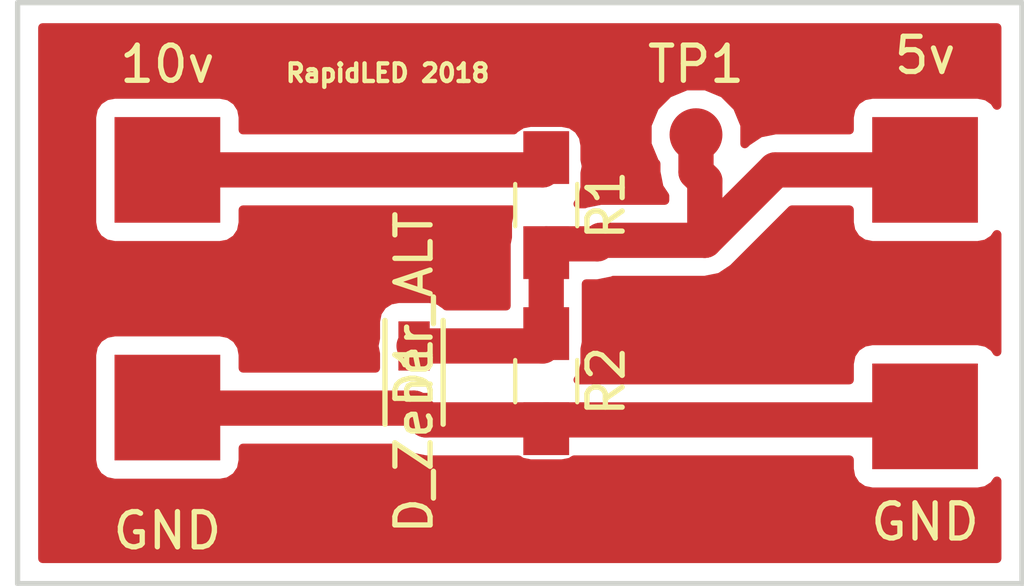
<source format=kicad_pcb>
(kicad_pcb (version 4) (host pcbnew 4.0.7)

  (general
    (links 8)
    (no_connects 0)
    (area 138.5 97.424999 175.02143 114.075001)
    (thickness 1.6)
    (drawings 5)
    (tracks 19)
    (zones 0)
    (modules 8)
    (nets 4)
  )

  (page A4)
  (layers
    (0 F.Cu signal)
    (31 B.Cu signal)
    (32 B.Adhes user)
    (33 F.Adhes user)
    (34 B.Paste user)
    (35 F.Paste user)
    (36 B.SilkS user)
    (37 F.SilkS user)
    (38 B.Mask user)
    (39 F.Mask user)
    (40 Dwgs.User user)
    (41 Cmts.User user)
    (42 Eco1.User user)
    (43 Eco2.User user)
    (44 Edge.Cuts user)
    (45 Margin user)
    (46 B.CrtYd user hide)
    (47 F.CrtYd user)
    (48 B.Fab user)
    (49 F.Fab user hide)
  )

  (setup
    (last_trace_width 1)
    (trace_clearance 0.2)
    (zone_clearance 0.508)
    (zone_45_only no)
    (trace_min 0.2)
    (segment_width 0.2)
    (edge_width 0.15)
    (via_size 0.6)
    (via_drill 0.4)
    (via_min_size 0.4)
    (via_min_drill 0.3)
    (uvia_size 0.3)
    (uvia_drill 0.1)
    (uvias_allowed no)
    (uvia_min_size 0.2)
    (uvia_min_drill 0.1)
    (pcb_text_width 0.3)
    (pcb_text_size 1.5 1.5)
    (mod_edge_width 0.15)
    (mod_text_size 1 1)
    (mod_text_width 0.15)
    (pad_size 1.5 1.5)
    (pad_drill 0)
    (pad_to_mask_clearance 0.2)
    (aux_axis_origin 0 0)
    (visible_elements 7FFFFFFF)
    (pcbplotparams
      (layerselection 0x00030_80000001)
      (usegerberextensions false)
      (excludeedgelayer true)
      (linewidth 0.100000)
      (plotframeref false)
      (viasonmask false)
      (mode 1)
      (useauxorigin false)
      (hpglpennumber 1)
      (hpglpenspeed 20)
      (hpglpendiameter 15)
      (hpglpenoverlay 2)
      (psnegative false)
      (psa4output false)
      (plotreference true)
      (plotvalue true)
      (plotinvisibletext false)
      (padsonsilk false)
      (subtractmaskfromsilk false)
      (outputformat 1)
      (mirror false)
      (drillshape 0)
      (scaleselection 1)
      (outputdirectory ""))
  )

  (net 0 "")
  (net 1 "Net-(D1-Pad1)")
  (net 2 GND)
  (net 3 "Net-(R1-Pad1)")

  (net_class Default "This is the default net class."
    (clearance 0.2)
    (trace_width 1)
    (via_dia 0.6)
    (via_drill 0.4)
    (uvia_dia 0.3)
    (uvia_drill 0.1)
    (add_net GND)
    (add_net "Net-(D1-Pad1)")
    (add_net "Net-(R1-Pad1)")
  )

  (module Measurement_Points:Measurement_Point_Square-SMD-Pad_Big (layer F.Cu) (tedit 5A7B515A) (tstamp 5A7B5294)
    (at 164.75 109.25)
    (descr "Mesurement Point, Square, SMD Pad,  3mm x 3mm,")
    (tags "Mesurement Point Square SMD Pad 3x3mm")
    (path /5A7B4E3C)
    (attr virtual)
    (fp_text reference GND (at 0 3) (layer F.SilkS)
      (effects (font (size 1 1) (thickness 0.15)))
    )
    (fp_text value TEST (at 0 3) (layer F.Fab)
      (effects (font (size 1 1) (thickness 0.15)))
    )
    (fp_line (start -1.75 -1.75) (end 1.75 -1.75) (layer F.CrtYd) (width 0.05))
    (fp_line (start 1.75 -1.75) (end 1.75 1.75) (layer F.CrtYd) (width 0.05))
    (fp_line (start 1.75 1.75) (end -1.75 1.75) (layer F.CrtYd) (width 0.05))
    (fp_line (start -1.75 1.75) (end -1.75 -1.75) (layer F.CrtYd) (width 0.05))
    (pad 1 smd rect (at 0 0) (size 3 3) (layers F.Cu F.Mask)
      (net 2 GND))
  )

  (module LogicConverter:MSP5.0A-M3_89A (layer F.Cu) (tedit 0) (tstamp 5A7B5112)
    (at 150.25 108 270)
    (path /5A7B4E99)
    (fp_text reference D1 (at 0 0 270) (layer F.SilkS)
      (effects (font (size 1 1) (thickness 0.15)))
    )
    (fp_text value D_Zener_ALT (at 0 0 270) (layer F.SilkS)
      (effects (font (size 1 1) (thickness 0.15)))
    )
    (fp_text user "Copyright 2016 Accelerated Designs. All rights reserved." (at 0 0 270) (layer Cmts.User)
      (effects (font (size 0.127 0.127) (thickness 0.002)))
    )
    (fp_line (start -1.3462 0.4445) (end -1.3462 -0.4445) (layer Dwgs.User) (width 0.1524))
    (fp_line (start -1.3462 -0.4445) (end -1.3462 -0.4445) (layer Dwgs.User) (width 0.1524))
    (fp_line (start -1.3462 -0.4445) (end -1.3462 0.4445) (layer Dwgs.User) (width 0.1524))
    (fp_line (start -1.3462 0.4445) (end -1.3462 0.4445) (layer Dwgs.User) (width 0.1524))
    (fp_line (start 1.3462 -0.381) (end 1.3462 0.381) (layer Dwgs.User) (width 0.1524))
    (fp_line (start 1.3462 0.381) (end 1.3462 0.381) (layer Dwgs.User) (width 0.1524))
    (fp_line (start 1.3462 0.381) (end 1.3462 -0.381) (layer Dwgs.User) (width 0.1524))
    (fp_line (start 1.3462 -0.381) (end 1.3462 -0.381) (layer Dwgs.User) (width 0.1524))
    (fp_line (start -1.4732 0.8255) (end 1.4732 0.8255) (layer F.SilkS) (width 0.1524))
    (fp_line (start 1.4732 -0.8255) (end -1.4732 -0.8255) (layer F.SilkS) (width 0.1524))
    (fp_line (start -1.3462 0.6985) (end 1.3462 0.6985) (layer Dwgs.User) (width 0.1524))
    (fp_line (start 1.3462 0.6985) (end 1.3462 -0.6985) (layer Dwgs.User) (width 0.1524))
    (fp_line (start 1.3462 -0.6985) (end -1.3462 -0.6985) (layer Dwgs.User) (width 0.1524))
    (fp_line (start -1.3462 -0.6985) (end -1.3462 0.6985) (layer Dwgs.User) (width 0.1524))
    (pad 1 smd rect (at -0.7493 0 270) (size 1.397 0.889) (layers F.Cu F.Paste F.Mask)
      (net 1 "Net-(D1-Pad1)"))
    (pad 2 smd rect (at 1.016 0 270) (size 0.8636 0.762) (layers F.Cu F.Paste F.Mask)
      (net 2 GND))
  )

  (module Measurement_Points:Measurement_Point_Square-SMD-Pad_Big (layer F.Cu) (tedit 5A7B516E) (tstamp 5A7B513D)
    (at 143.25 102.25)
    (descr "Mesurement Point, Square, SMD Pad,  3mm x 3mm,")
    (tags "Mesurement Point Square SMD Pad 3x3mm")
    (path /5A7B4DE1)
    (attr virtual)
    (fp_text reference 10v (at 0 -3) (layer F.SilkS)
      (effects (font (size 1 1) (thickness 0.15)))
    )
    (fp_text value TEST (at 0 3) (layer F.Fab)
      (effects (font (size 1 1) (thickness 0.15)))
    )
    (fp_line (start -1.75 -1.75) (end 1.75 -1.75) (layer F.CrtYd) (width 0.05))
    (fp_line (start 1.75 -1.75) (end 1.75 1.75) (layer F.CrtYd) (width 0.05))
    (fp_line (start 1.75 1.75) (end -1.75 1.75) (layer F.CrtYd) (width 0.05))
    (fp_line (start -1.75 1.75) (end -1.75 -1.75) (layer F.CrtYd) (width 0.05))
    (pad 1 smd rect (at 0 0) (size 3 3) (layers F.Cu F.Mask)
      (net 3 "Net-(R1-Pad1)"))
  )

  (module Measurement_Points:Measurement_Point_Square-SMD-Pad_Big (layer F.Cu) (tedit 5A7B5153) (tstamp 5A7B5146)
    (at 143.25 109)
    (descr "Mesurement Point, Square, SMD Pad,  3mm x 3mm,")
    (tags "Mesurement Point Square SMD Pad 3x3mm")
    (path /5A7B4E3C)
    (attr virtual)
    (fp_text reference GND (at 0 3.5 180) (layer F.SilkS)
      (effects (font (size 1 1) (thickness 0.15)))
    )
    (fp_text value TEST (at 0 3) (layer F.Fab)
      (effects (font (size 1 1) (thickness 0.15)))
    )
    (fp_line (start -1.75 -1.75) (end 1.75 -1.75) (layer F.CrtYd) (width 0.05))
    (fp_line (start 1.75 -1.75) (end 1.75 1.75) (layer F.CrtYd) (width 0.05))
    (fp_line (start 1.75 1.75) (end -1.75 1.75) (layer F.CrtYd) (width 0.05))
    (fp_line (start -1.75 1.75) (end -1.75 -1.75) (layer F.CrtYd) (width 0.05))
    (pad 1 smd rect (at 0 0) (size 3 3) (layers F.Cu F.Mask)
      (net 2 GND))
  )

  (module Measurement_Points:Measurement_Point_Square-SMD-Pad_Big (layer F.Cu) (tedit 5A7B5165) (tstamp 5A7B514F)
    (at 164.75 102.25)
    (descr "Mesurement Point, Square, SMD Pad,  3mm x 3mm,")
    (tags "Mesurement Point Square SMD Pad 3x3mm")
    (path /5A7B4EF4)
    (attr virtual)
    (fp_text reference 5v (at 0 -3.25) (layer F.SilkS)
      (effects (font (size 1 1) (thickness 0.15)))
    )
    (fp_text value TEST (at 0 3) (layer F.Fab)
      (effects (font (size 1 1) (thickness 0.15)))
    )
    (fp_line (start -1.75 -1.75) (end 1.75 -1.75) (layer F.CrtYd) (width 0.05))
    (fp_line (start 1.75 -1.75) (end 1.75 1.75) (layer F.CrtYd) (width 0.05))
    (fp_line (start 1.75 1.75) (end -1.75 1.75) (layer F.CrtYd) (width 0.05))
    (fp_line (start -1.75 1.75) (end -1.75 -1.75) (layer F.CrtYd) (width 0.05))
    (pad 1 smd rect (at 0 0) (size 3 3) (layers F.Cu F.Mask)
      (net 1 "Net-(D1-Pad1)"))
  )

  (module Measurement_Points:Measurement_Point_Round-SMD-Pad_Small (layer F.Cu) (tedit 5A7B522F) (tstamp 5A7B5303)
    (at 158.25 101.25)
    (descr "Mesurement Point, Round, SMD Pad, DM 1.5mm,")
    (tags "Mesurement Point Round SMD Pad 1.5mm")
    (attr virtual)
    (fp_text reference TP1 (at 0 -2) (layer F.SilkS)
      (effects (font (size 1 1) (thickness 0.15)))
    )
    (fp_text value Measurement_Point_Round-SMD-Pad_Small (at 0 2) (layer F.Fab)
      (effects (font (size 1 1) (thickness 0.15)))
    )
    (fp_circle (center 0 0) (end 1 0) (layer F.CrtYd) (width 0.05))
    (pad 1 smd circle (at 0 0) (size 1.5 1.5) (layers F.Cu F.Mask)
      (net 1 "Net-(D1-Pad1)"))
  )

  (module Resistors_SMD:R_0805_HandSoldering (layer F.Cu) (tedit 58E0A804) (tstamp 5A7B5123)
    (at 154 103.25 270)
    (descr "Resistor SMD 0805, hand soldering")
    (tags "resistor 0805")
    (path /5A7B4CDC)
    (attr smd)
    (fp_text reference R1 (at 0 -1.7 270) (layer F.SilkS)
      (effects (font (size 1 1) (thickness 0.15)))
    )
    (fp_text value 10K (at 0 1.75 270) (layer F.Fab)
      (effects (font (size 1 1) (thickness 0.15)))
    )
    (fp_text user %R (at 0 0 270) (layer F.Fab)
      (effects (font (size 0.5 0.5) (thickness 0.075)))
    )
    (fp_line (start -1 0.62) (end -1 -0.62) (layer F.Fab) (width 0.1))
    (fp_line (start 1 0.62) (end -1 0.62) (layer F.Fab) (width 0.1))
    (fp_line (start 1 -0.62) (end 1 0.62) (layer F.Fab) (width 0.1))
    (fp_line (start -1 -0.62) (end 1 -0.62) (layer F.Fab) (width 0.1))
    (fp_line (start 0.6 0.88) (end -0.6 0.88) (layer F.SilkS) (width 0.12))
    (fp_line (start -0.6 -0.88) (end 0.6 -0.88) (layer F.SilkS) (width 0.12))
    (fp_line (start -2.35 -0.9) (end 2.35 -0.9) (layer F.CrtYd) (width 0.05))
    (fp_line (start -2.35 -0.9) (end -2.35 0.9) (layer F.CrtYd) (width 0.05))
    (fp_line (start 2.35 0.9) (end 2.35 -0.9) (layer F.CrtYd) (width 0.05))
    (fp_line (start 2.35 0.9) (end -2.35 0.9) (layer F.CrtYd) (width 0.05))
    (pad 1 smd rect (at -1.35 0 270) (size 1.5 1.3) (layers F.Cu F.Paste F.Mask)
      (net 3 "Net-(R1-Pad1)"))
    (pad 2 smd rect (at 1.35 0 270) (size 1.5 1.3) (layers F.Cu F.Paste F.Mask)
      (net 1 "Net-(D1-Pad1)"))
    (model ${KISYS3DMOD}/Resistors_SMD.3dshapes/R_0805.wrl
      (at (xyz 0 0 0))
      (scale (xyz 1 1 1))
      (rotate (xyz 0 0 0))
    )
  )

  (module Resistors_SMD:R_0805_HandSoldering (layer F.Cu) (tedit 58E0A804) (tstamp 5A7B5134)
    (at 154 108.25 270)
    (descr "Resistor SMD 0805, hand soldering")
    (tags "resistor 0805")
    (path /5A7B4D2F)
    (attr smd)
    (fp_text reference R2 (at 0 -1.7 270) (layer F.SilkS)
      (effects (font (size 1 1) (thickness 0.15)))
    )
    (fp_text value 10K (at 0 1.75 270) (layer F.Fab)
      (effects (font (size 1 1) (thickness 0.15)))
    )
    (fp_text user %R (at 0 0 270) (layer F.Fab)
      (effects (font (size 0.5 0.5) (thickness 0.075)))
    )
    (fp_line (start -1 0.62) (end -1 -0.62) (layer F.Fab) (width 0.1))
    (fp_line (start 1 0.62) (end -1 0.62) (layer F.Fab) (width 0.1))
    (fp_line (start 1 -0.62) (end 1 0.62) (layer F.Fab) (width 0.1))
    (fp_line (start -1 -0.62) (end 1 -0.62) (layer F.Fab) (width 0.1))
    (fp_line (start 0.6 0.88) (end -0.6 0.88) (layer F.SilkS) (width 0.12))
    (fp_line (start -0.6 -0.88) (end 0.6 -0.88) (layer F.SilkS) (width 0.12))
    (fp_line (start -2.35 -0.9) (end 2.35 -0.9) (layer F.CrtYd) (width 0.05))
    (fp_line (start -2.35 -0.9) (end -2.35 0.9) (layer F.CrtYd) (width 0.05))
    (fp_line (start 2.35 0.9) (end 2.35 -0.9) (layer F.CrtYd) (width 0.05))
    (fp_line (start 2.35 0.9) (end -2.35 0.9) (layer F.CrtYd) (width 0.05))
    (pad 1 smd rect (at -1.35 0 270) (size 1.5 1.3) (layers F.Cu F.Paste F.Mask)
      (net 1 "Net-(D1-Pad1)"))
    (pad 2 smd rect (at 1.35 0 270) (size 1.5 1.3) (layers F.Cu F.Paste F.Mask)
      (net 2 GND))
    (model ${KISYS3DMOD}/Resistors_SMD.3dshapes/R_0805.wrl
      (at (xyz 0 0 0))
      (scale (xyz 1 1 1))
      (rotate (xyz 0 0 0))
    )
  )

  (gr_text "RapidLED 2018" (at 149.5 99.5) (layer F.SilkS)
    (effects (font (size 0.5 0.5) (thickness 0.125)))
  )
  (gr_line (start 167.5 97.5) (end 139 97.5) (layer Edge.Cuts) (width 0.15))
  (gr_line (start 167.5 114) (end 167.5 97.5) (layer Edge.Cuts) (width 0.15))
  (gr_line (start 139 114) (end 167.5 114) (layer Edge.Cuts) (width 0.15))
  (gr_line (start 139 97.5) (end 139 114) (layer Edge.Cuts) (width 0.15))

  (segment (start 158.25 101.25) (end 158.25 102.31066) (width 1) (layer F.Cu) (net 1))
  (segment (start 158.25 102.31066) (end 158.5 102.56066) (width 1) (layer F.Cu) (net 1))
  (segment (start 158.5 102.56066) (end 158.5 104.25) (width 1) (layer F.Cu) (net 1))
  (segment (start 158.5 104.25) (end 160.5 102.25) (width 1) (layer F.Cu) (net 1))
  (segment (start 160.5 102.25) (end 164.75 102.25) (width 1) (layer F.Cu) (net 1))
  (segment (start 155.55 104.25) (end 158.5 104.25) (width 1) (layer F.Cu) (net 1))
  (segment (start 154 104.35) (end 155.45 104.35) (width 1) (layer F.Cu) (net 1))
  (segment (start 155.45 104.35) (end 155.55 104.25) (width 1) (layer F.Cu) (net 1))
  (segment (start 150.25 107.2507) (end 153.8993 107.2507) (width 1) (layer F.Cu) (net 1))
  (segment (start 153.8993 107.2507) (end 154 107.15) (width 1) (layer F.Cu) (net 1))
  (segment (start 154 104.35) (end 154 107.15) (width 1) (layer F.Cu) (net 1))
  (segment (start 154 109.35) (end 164.65 109.35) (width 1) (layer F.Cu) (net 2))
  (segment (start 164.65 109.35) (end 164.75 109.25) (width 1) (layer F.Cu) (net 2))
  (segment (start 150.25 109.016) (end 143.266 109.016) (width 1) (layer F.Cu) (net 2))
  (segment (start 143.266 109.016) (end 143.25 109) (width 1) (layer F.Cu) (net 2))
  (segment (start 154 109.35) (end 150.584 109.35) (width 1) (layer F.Cu) (net 2))
  (segment (start 150.584 109.35) (end 150.25 109.016) (width 1) (layer F.Cu) (net 2))
  (segment (start 143.25 102.25) (end 153.9 102.25) (width 1) (layer F.Cu) (net 3))
  (segment (start 153.9 102.25) (end 154 102.15) (width 1) (layer F.Cu) (net 3))

  (zone (net 0) (net_name "") (layer F.Cu) (tstamp 0) (hatch edge 0.508)
    (connect_pads (clearance 0.508))
    (min_thickness 0.254)
    (fill yes (arc_segments 16) (thermal_gap 0.508) (thermal_bridge_width 0.508))
    (polygon
      (pts
        (xy 139 97.5) (xy 139 114) (xy 167.5 114) (xy 167.5 97.5) (xy 138.5 97.5)
      )
    )
    (filled_polygon
      (pts
        (xy 166.79 100.416526) (xy 166.71409 100.298559) (xy 166.50189 100.153569) (xy 166.25 100.10256) (xy 163.25 100.10256)
        (xy 163.014683 100.146838) (xy 162.798559 100.28591) (xy 162.653569 100.49811) (xy 162.60256 100.75) (xy 162.60256 101.115)
        (xy 160.5 101.115) (xy 160.065654 101.201397) (xy 159.730021 101.42566) (xy 159.697434 101.447434) (xy 159.634773 101.510095)
        (xy 159.63524 100.975715) (xy 159.424831 100.466485) (xy 159.035564 100.076539) (xy 158.526702 99.865241) (xy 157.975715 99.86476)
        (xy 157.466485 100.075169) (xy 157.076539 100.464436) (xy 156.865241 100.973298) (xy 156.86476 101.524285) (xy 157.075169 102.033515)
        (xy 157.115 102.073415) (xy 157.115 102.31066) (xy 157.201397 102.745006) (xy 157.361968 102.985317) (xy 157.365 102.989855)
        (xy 157.365 103.115) (xy 155.55 103.115) (xy 155.115654 103.201397) (xy 155.095296 103.215) (xy 154.900027 103.215)
        (xy 154.901441 103.21409) (xy 155.046431 103.00189) (xy 155.09744 102.75) (xy 155.09744 102.338824) (xy 155.134999 102.15)
        (xy 155.09744 101.961177) (xy 155.09744 101.55) (xy 155.053162 101.314683) (xy 154.91409 101.098559) (xy 154.70189 100.953569)
        (xy 154.45 100.90256) (xy 153.55 100.90256) (xy 153.314683 100.946838) (xy 153.098559 101.08591) (xy 153.078683 101.115)
        (xy 145.39744 101.115) (xy 145.39744 100.75) (xy 145.353162 100.514683) (xy 145.21409 100.298559) (xy 145.00189 100.153569)
        (xy 144.75 100.10256) (xy 141.75 100.10256) (xy 141.514683 100.146838) (xy 141.298559 100.28591) (xy 141.153569 100.49811)
        (xy 141.10256 100.75) (xy 141.10256 103.75) (xy 141.146838 103.985317) (xy 141.28591 104.201441) (xy 141.49811 104.346431)
        (xy 141.75 104.39744) (xy 144.75 104.39744) (xy 144.985317 104.353162) (xy 145.201441 104.21409) (xy 145.346431 104.00189)
        (xy 145.39744 103.75) (xy 145.39744 103.385) (xy 153.030854 103.385) (xy 152.953569 103.49811) (xy 152.90256 103.75)
        (xy 152.90256 104.161174) (xy 152.865 104.35) (xy 152.865 106.1157) (xy 151.168204 106.1157) (xy 151.15859 106.100759)
        (xy 150.94639 105.955769) (xy 150.6945 105.90476) (xy 149.8055 105.90476) (xy 149.570183 105.949038) (xy 149.354059 106.08811)
        (xy 149.209069 106.30031) (xy 149.15806 106.5522) (xy 149.15806 107.034223) (xy 149.115 107.2507) (xy 149.15806 107.467177)
        (xy 149.15806 107.881) (xy 145.39744 107.881) (xy 145.39744 107.5) (xy 145.353162 107.264683) (xy 145.21409 107.048559)
        (xy 145.00189 106.903569) (xy 144.75 106.85256) (xy 141.75 106.85256) (xy 141.514683 106.896838) (xy 141.298559 107.03591)
        (xy 141.153569 107.24811) (xy 141.10256 107.5) (xy 141.10256 110.5) (xy 141.146838 110.735317) (xy 141.28591 110.951441)
        (xy 141.49811 111.096431) (xy 141.75 111.14744) (xy 144.75 111.14744) (xy 144.985317 111.103162) (xy 145.201441 110.96409)
        (xy 145.346431 110.75189) (xy 145.39744 110.5) (xy 145.39744 110.151) (xy 149.779868 110.151) (xy 149.781434 110.152566)
        (xy 150.149654 110.398603) (xy 150.584 110.485) (xy 153.208203 110.485) (xy 153.29811 110.546431) (xy 153.55 110.59744)
        (xy 154.45 110.59744) (xy 154.685317 110.553162) (xy 154.791244 110.485) (xy 162.60256 110.485) (xy 162.60256 110.75)
        (xy 162.646838 110.985317) (xy 162.78591 111.201441) (xy 162.99811 111.346431) (xy 163.25 111.39744) (xy 166.25 111.39744)
        (xy 166.485317 111.353162) (xy 166.701441 111.21409) (xy 166.79 111.08448) (xy 166.79 113.29) (xy 139.71 113.29)
        (xy 139.71 98.21) (xy 166.79 98.21)
      )
    )
    (filled_polygon
      (pts
        (xy 162.60256 103.75) (xy 162.646838 103.985317) (xy 162.78591 104.201441) (xy 162.99811 104.346431) (xy 163.25 104.39744)
        (xy 166.25 104.39744) (xy 166.485317 104.353162) (xy 166.701441 104.21409) (xy 166.79 104.08448) (xy 166.79 107.416526)
        (xy 166.71409 107.298559) (xy 166.50189 107.153569) (xy 166.25 107.10256) (xy 163.25 107.10256) (xy 163.014683 107.146838)
        (xy 162.798559 107.28591) (xy 162.653569 107.49811) (xy 162.60256 107.75) (xy 162.60256 108.215) (xy 154.900027 108.215)
        (xy 154.901441 108.21409) (xy 155.046431 108.00189) (xy 155.09744 107.75) (xy 155.09744 107.338826) (xy 155.135 107.15)
        (xy 155.135 105.485) (xy 155.45 105.485) (xy 155.884346 105.398603) (xy 155.904704 105.385) (xy 158.5 105.385)
        (xy 158.934346 105.298603) (xy 159.302566 105.052566) (xy 160.970132 103.385) (xy 162.60256 103.385)
      )
    )
  )
)

</source>
